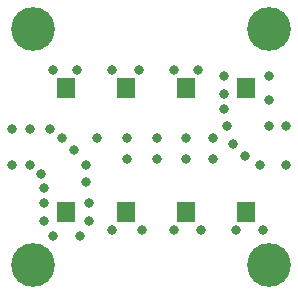
<source format=gts>
G04*
G04 #@! TF.GenerationSoftware,Altium Limited,Altium Designer,24.0.1 (36)*
G04*
G04 Layer_Color=8388736*
%FSLAX25Y25*%
%MOIN*%
G70*
G04*
G04 #@! TF.SameCoordinates,547C949A-E5A6-49C9-BC53-363AC5528938*
G04*
G04*
G04 #@! TF.FilePolarity,Negative*
G04*
G01*
G75*
%ADD13R,0.06300X0.06800*%
%ADD14C,0.14580*%
%ADD15C,0.03162*%
D13*
X21024Y27398D02*
D03*
X41024D02*
D03*
X61024D02*
D03*
X81024D02*
D03*
X21024Y68898D02*
D03*
X41024D02*
D03*
X61024D02*
D03*
X81024D02*
D03*
D14*
X88583Y9843D02*
D03*
Y88583D02*
D03*
X9843D02*
D03*
Y9843D02*
D03*
D15*
X76772Y50197D02*
D03*
X73819Y62008D02*
D03*
X64961Y74803D02*
D03*
X57087D02*
D03*
X45276D02*
D03*
X36417D02*
D03*
X24606D02*
D03*
X16732D02*
D03*
X31496Y52165D02*
D03*
X69882D02*
D03*
Y45276D02*
D03*
X61024D02*
D03*
Y52165D02*
D03*
X51181Y45276D02*
D03*
Y52165D02*
D03*
X41339D02*
D03*
Y45276D02*
D03*
X86614Y21654D02*
D03*
X77756D02*
D03*
X65945D02*
D03*
X57087D02*
D03*
X46260D02*
D03*
X36417D02*
D03*
X88583Y56102D02*
D03*
X94488D02*
D03*
X88583Y64961D02*
D03*
Y72835D02*
D03*
X73819D02*
D03*
Y66929D02*
D03*
X74803Y56102D02*
D03*
X80709Y46260D02*
D03*
X85630Y43307D02*
D03*
X94488D02*
D03*
X25591Y19685D02*
D03*
X16732D02*
D03*
X13780Y35433D02*
D03*
X2953Y43307D02*
D03*
X8858D02*
D03*
X12795Y40354D02*
D03*
X13780Y30512D02*
D03*
Y24606D02*
D03*
X28543D02*
D03*
Y30512D02*
D03*
X27559Y37402D02*
D03*
Y43307D02*
D03*
X23622Y48228D02*
D03*
X19685Y52165D02*
D03*
X15748Y55118D02*
D03*
X8858D02*
D03*
X2953D02*
D03*
M02*

</source>
